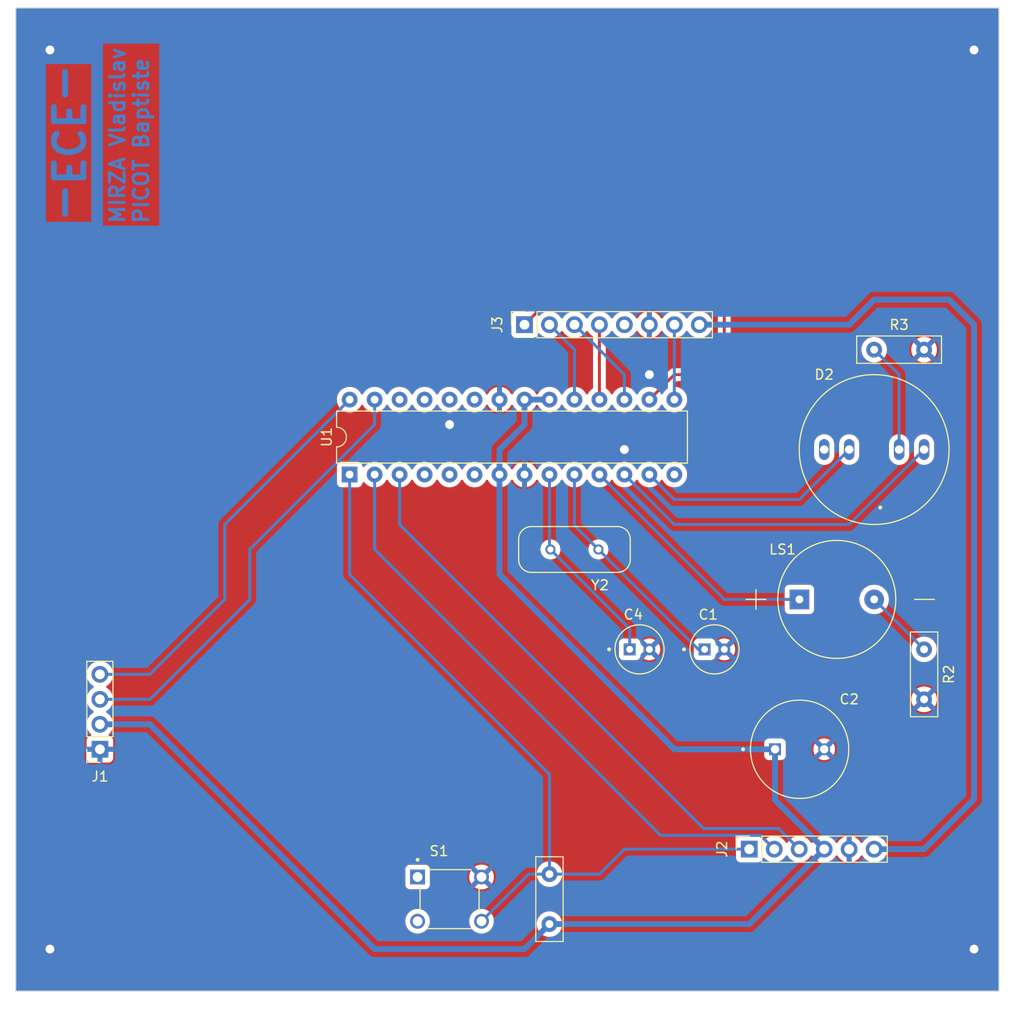
<source format=kicad_pcb>
(kicad_pcb (version 20221018) (generator pcbnew)
  (layers (0 "F.Cu" signal) (31 "B.Cu" signal) (34 "B.Paste" user) (35 "F.Paste" user) (36 "B.SilkS" user "B.Silkscreen") (37 "F.SilkS" user "F.Silkscreen") (38 "B.Mask" user) (39 "F.Mask" user) (44 "Edge.Cuts" user))
  (net 0 "")
  (net 1 "GND")
  (net 2 "VCC")
  (net 3 "A4")
  (net 4 "A5")
  (net 5 "~RST")
  (net 6 "Rx")
  (net 7 "Tx")
  (net 8 "3V3")
  (net 9 "RST")
  (net 10 "MISO")
  (net 11 "MOSI")
  (net 12 "SCK")
  (net 13 "SDA")
  (net 14 "Net-(LS1-PadN)")
  (net 15 "Net-(D2-Pad1)")
  (net 19 "Net-(U1-XTAL1{slash}PB6)")
  (net 20 "Net-(U1-XTAL2{slash}PB7)")
  (net 21 "Buzzer")
  (net 22 "Red")
  (net 23 "Green")
  (footprint "Resistor_THT:R_Box_L8.4mm_W2.5mm_P5.08mm" (layer "F.Cu") (at 154.94 137.16 90)
    (fp_text reference "R1" hide)
    (fp_text value "10k")
    (fp_line (start -1.77 -1.39) (end -1.77 1.39) (stroke (width 0.12)) (layer "F.SilkS"))
    (fp_line (start -1.77 -1.39) (end 6.85 -1.39) (stroke (width 0.12)) (layer "F.SilkS"))
    (fp_line (start -1.77 1.39) (end 6.85 1.39) (stroke (width 0.12)) (layer "F.SilkS"))
    (fp_line (start 6.85 -1.39) (end 6.85 1.39) (stroke (width 0.12)) (layer "F.SilkS"))
    (pad "1" thru_hole circle (at 0 0 90) (size 1.6 1.6) (drill 0.8) (layers "*.Cu" "*.Mask") (net 2 "VCC"))
    (pad "2" thru_hole circle (at 5.08 0 90) (size 1.6 1.6) (drill 0.8) (layers "*.Cu" "*.Mask") (net 5 "~RST"))
  )
  (footprint "Composant_Projet:CAPPRD200W50D550H1250" (layer "F.Cu") (at 171.72 109.22)
    (fp_text reference "C1" (at -0.635 -3.535) (layer "F.SilkS"))
    (fp_text value "UVR1H2R2MDD")
    (fp_circle (center -3.1 0) (end -3 0) (stroke (width 0.2)) (fill none) (layer "F.SilkS"))
    (fp_circle (center 0 0) (end 2.5 0) (stroke (width 0.127)) (fill none) (layer "F.SilkS"))
    (pad "1" thru_hole rect (at -1 0) (size 1.208 1.208) (drill 0.7) (layers "*.Cu" "*.Mask") (net 20 "Net-(U1-XTAL2{slash}PB7)"))
    (pad "2" thru_hole circle (at 1 0) (size 1.208 1.208) (drill 0.7) (layers "*.Cu" "*.Mask") (net 1 "GND"))
  )
  (footprint "Resistor_THT:R_Box_L8.4mm_W2.5mm_P5.08mm" (layer "F.Cu") (at 193.04 109.22 -90)
    (fp_text reference "R2" (at 2.54 -2.52 90) (layer "F.SilkS"))
    (fp_text value "1k")
    (fp_line (start -1.77 -1.39) (end -1.77 1.39) (stroke (width 0.12)) (layer "F.SilkS"))
    (fp_line (start -1.77 -1.39) (end 6.85 -1.39) (stroke (width 0.12)) (layer "F.SilkS"))
    (fp_line (start -1.77 1.39) (end 6.85 1.39) (stroke (width 0.12)) (layer "F.SilkS"))
    (fp_line (start 6.85 -1.39) (end 6.85 1.39) (stroke (width 0.12)) (layer "F.SilkS"))
    (pad "1" thru_hole circle (at 0 0 270) (size 1.6 1.6) (drill 0.8) (layers "*.Cu" "*.Mask") (net 14 "Net-(LS1-PadN)"))
    (pad "2" thru_hole circle (at 5.08 0 270) (size 1.6 1.6) (drill 0.8) (layers "*.Cu" "*.Mask") (net 1 "GND"))
  )
  (footprint "Connector_PinSocket_2.54mm:PinSocket_1x06_P2.54mm_Vertical" (layer "F.Cu") (at 175.26 129.54 90)
    (fp_text reference "J2" (at 0 -2.77 90) (layer "F.SilkS"))
    (fp_text value "Conn_01x06_Socket")
    (fp_line (start -1.33 1.27) (end -1.33 14.03) (stroke (width 0.12)) (layer "F.SilkS"))
    (fp_line (start -1.33 1.27) (end 1.33 1.27) (stroke (width 0.12)) (layer "F.SilkS"))
    (fp_line (start -1.33 14.03) (end 1.33 14.03) (stroke (width 0.12)) (layer "F.SilkS"))
    (fp_line (start 0 -1.33) (end 1.33 -1.33) (stroke (width 0.12)) (layer "F.SilkS"))
    (fp_line (start 1.33 -1.33) (end 1.33 0) (stroke (width 0.12)) (layer "F.SilkS"))
    (fp_line (start 1.33 1.27) (end 1.33 14.03) (stroke (width 0.12)) (layer "F.SilkS"))
    (pad "1" thru_hole rect (at 0 0 90) (size 1.7 1.7) (drill 1) (layers "*.Cu" "*.Mask") (net 5 "~RST"))
    (pad "2" thru_hole oval (at 0 2.54 90) (size 1.7 1.7) (drill 1) (layers "*.Cu" "*.Mask") (net 6 "Rx"))
    (pad "3" thru_hole oval (at 0 5.08 90) (size 1.7 1.7) (drill 1) (layers "*.Cu" "*.Mask") (net 7 "Tx"))
    (pad "4" thru_hole oval (at 0 7.62 90) (size 1.7 1.7) (drill 1) (layers "*.Cu" "*.Mask") (net 2 "VCC"))
    (pad "5" thru_hole oval (at 0 10.16 90) (size 1.7 1.7) (drill 1) (layers "*.Cu" "*.Mask") (net 1 "GND"))
    (pad "6" thru_hole oval (at 0 12.7 90) (size 1.7 1.7) (drill 1) (layers "*.Cu" "*.Mask") (net 8 "3V3"))
  )
  (footprint "Resistor_THT:R_Box_L8.4mm_W2.5mm_P5.08mm" (layer "F.Cu") (at 187.96 78.74)
    (fp_text reference "R3" (at 2.54 -2.52) (layer "F.SilkS"))
    (fp_text value "1k")
    (fp_line (start -1.77 -1.39) (end -1.77 1.39) (stroke (width 0.12)) (layer "F.SilkS"))
    (fp_line (start -1.77 -1.39) (end 6.85 -1.39) (stroke (width 0.12)) (layer "F.SilkS"))
    (fp_line (start -1.77 1.39) (end 6.85 1.39) (stroke (width 0.12)) (layer "F.SilkS"))
    (fp_line (start 6.85 -1.39) (end 6.85 1.39) (stroke (width 0.12)) (layer "F.SilkS"))
    (pad "1" thru_hole circle (at 0 0) (size 1.6 1.6) (drill 0.8) (layers "*.Cu" "*.Mask") (net 15 "Net-(D2-Pad1)"))
    (pad "2" thru_hole circle (at 5.08 0) (size 1.6 1.6) (drill 0.8) (layers "*.Cu" "*.Mask") (net 1 "GND"))
  )
  (footprint "Composant_Projet:LED_NTE30157" (layer "F.Cu") (at 187.96 88.9)
    (fp_text reference "D2" (at -5.08 -7.62) (layer "F.SilkS"))
    (fp_text value "NTE30155")
    (fp_circle (center 0 0) (end 7.62 0) (stroke (width 0.127)) (fill none) (layer "F.SilkS"))
    (fp_circle (center 0.625 5.9) (end 0.725 5.9) (stroke (width 0.2)) (fill none) (layer "F.SilkS"))
    (pad "1" thru_hole oval (at 2.54 0) (size 1.06 2.12) (drill 0.86) (layers "*.Cu" "*.Mask") (net 15 "Net-(D2-Pad1)"))
    (pad "2" thru_hole oval (at 5.08 0) (size 1.06 2.12) (drill 0.86) (layers "*.Cu" "*.Mask") (net 22 "Red"))
    (pad "3" thru_hole oval (at -2.54 0) (size 1.06 2.12) (drill 0.86) (layers "*.Cu" "*.Mask") (net 23 "Green"))
    (pad "4" thru_hole oval (at -5.08 0) (size 1.06 2.12) (drill 0.86) (layers "*.Cu" "*.Mask"))
  )
  (footprint "Composant_Projet:CUI_CMI-1295-0585T" (layer "F.Cu") (at 184.16 104.14)
    (fp_text reference "LS1" (at -5.515 -5.08) (layer "F.SilkS"))
    (fp_text value "CMI-1295-0585T")
    (fp_line (start -9.22 0) (end -7.22 0) (stroke (width 0.127)) (layer "F.SilkS"))
    (fp_line (start -8.22 -1) (end -8.22 1) (stroke (width 0.127)) (layer "F.SilkS"))
    (fp_line (start 7.92 0) (end 9.92 0) (stroke (width 0.127)) (layer "F.SilkS"))
    (fp_circle (center 0 0) (end 6 0) (stroke (width 0.127)) (fill none) (layer "F.SilkS"))
    (pad "N" thru_hole circle (at 3.8 0) (size 2 2) (drill 0.8) (layers "*.Cu" "*.Mask") (net 14 "Net-(LS1-PadN)"))
    (pad "P" thru_hole rect (at -3.8 0) (size 2 2) (drill 0.8) (layers "*.Cu" "*.Mask") (net 21 "Buzzer"))
  )
  (footprint "Composant_Projet:CAPPRD500W60D1000H2000" (layer "F.Cu") (at 180.38 119.38)
    (fp_text reference "C2" (at 5.04 -5.08) (layer "F.SilkS"))
    (fp_text value "EEUEB2V100B")
    (fp_circle (center -5.75 0) (end -5.65 0) (stroke (width 0.2)) (fill none) (layer "F.SilkS"))
    (fp_circle (center 0 0) (end 5 0) (stroke (width 0.127)) (fill none) (layer "F.SilkS"))
    (pad "N" thru_hole circle (at 2.5 0) (size 1.2 1.2) (drill 0.85) (layers "*.Cu" "*.Mask") (net 1 "GND"))
    (pad "P" thru_hole rect (at -2.5 0) (size 1.2 1.2) (drill 0.85) (layers "*.Cu" "*.Mask") (net 2 "VCC"))
  )
  (footprint "Composant_Projet:SW_TS02-66-95-BK-260-LCR-D" (layer "F.Cu") (at 144.78 134.62)
    (fp_text reference "S1" (at -1.079 -4.889) (layer "F.SilkS"))
    (fp_text value "TS02-66-95-BK-260-LCR-D")
    (fp_line (start -3 -1.176) (end -3 1.176) (stroke (width 0.127)) (layer "F.SilkS"))
    (fp_line (start -2.176 -3) (end 2.176 -3) (stroke (width 0.127)) (layer "F.SilkS"))
    (fp_line (start -2.176 3) (end 2.176 3) (stroke (width 0.127)) (layer "F.SilkS"))
    (fp_line (start 3 -1.176) (end 3 1.176) (stroke (width 0.127)) (layer "F.SilkS"))
    (fp_circle (center -3.25 -4.004) (end -3.15 -4.004) (stroke (width 0.2)) (fill none) (layer "F.SilkS"))
    (pad "1" thru_hole rect (at -3.25 -2.25) (size 1.508 1.508) (drill 1) (layers "*.Cu" "*.Mask"))
    (pad "2" thru_hole circle (at 3.25 -2.25) (size 1.508 1.508) (drill 1) (layers "*.Cu" "*.Mask") (net 1 "GND"))
    (pad "3" thru_hole circle (at -3.25 2.25) (size 1.508 1.508) (drill 1) (layers "*.Cu" "*.Mask"))
    (pad "4" thru_hole circle (at 3.25 2.25) (size 1.508 1.508) (drill 1) (layers "*.Cu" "*.Mask") (net 5 "~RST"))
  )
  (footprint "Package_DIP:DIP-28_W7.62mm" (layer "F.Cu") (at 134.62 91.44 90)
    (fp_text reference "U1" (at 3.81 -2.33 90) (layer "F.SilkS"))
    (fp_text value "ATmega328P-P")
    (fp_line (start 1.16 -1.33) (end 1.16 34.35) (stroke (width 0.12)) (layer "F.SilkS"))
    (fp_line (start 1.16 34.35) (end 6.46 34.35) (stroke (width 0.12)) (layer "F.SilkS"))
    (fp_line (start 2.81 -1.33) (end 1.16 -1.33) (stroke (width 0.12)) (layer "F.SilkS"))
    (fp_line (start 6.46 -1.33) (end 4.81 -1.33) (stroke (width 0.12)) (layer "F.SilkS"))
    (fp_line (start 6.46 34.35) (end 6.46 -1.33) (stroke (width 0.12)) (layer "F.SilkS"))
    (fp_arc (start 4.81 -1.33) (mid 3.81 -0.33) (end 2.81 -1.33) (stroke (width 0.12)) (layer "F.SilkS"))
    (pad "1" thru_hole rect (at 0 0 90) (size 1.6 1.6) (drill 0.8) (layers "*.Cu" "*.Mask") (net 5 "~RST"))
    (pad "2" thru_hole oval (at 0 2.54 90) (size 1.6 1.6) (drill 0.8) (layers "*.Cu" "*.Mask") (net 6 "Rx"))
    (pad "3" thru_hole oval (at 0 5.08 90) (size 1.6 1.6) (drill 0.8) (layers "*.Cu" "*.Mask") (net 7 "Tx"))
    (pad "4" thru_hole oval (at 0 7.62 90) (size 1.6 1.6) (drill 0.8) (layers "*.Cu" "*.Mask"))
    (pad "5" thru_hole oval (at 0 10.16 90) (size 1.6 1.6) (drill 0.8) (layers "*.Cu" "*.Mask"))
    (pad "6" thru_hole oval (at 0 12.7 90) (size 1.6 1.6) (drill 0.8) (layers "*.Cu" "*.Mask"))
    (pad "7" thru_hole oval (at 0 15.24 90) (size 1.6 1.6) (drill 0.8) (layers "*.Cu" "*.Mask") (net 2 "VCC"))
    (pad "8" thru_hole oval (at 0 17.78 90) (size 1.6 1.6) (drill 0.8) (layers "*.Cu" "*.Mask") (net 1 "GND"))
    (pad "9" thru_hole oval (at 0 20.32 90) (size 1.6 1.6) (drill 0.8) (layers "*.Cu" "*.Mask") (net 19 "Net-(U1-XTAL1{slash}PB6)"))
    (pad "10" thru_hole oval (at 0 22.86 90) (size 1.6 1.6) (drill 0.8) (layers "*.Cu" "*.Mask") (net 20 "Net-(U1-XTAL2{slash}PB7)"))
    (pad "11" thru_hole oval (at 0 25.4 90) (size 1.6 1.6) (drill 0.8) (layers "*.Cu" "*.Mask") (net 21 "Buzzer"))
    (pad "12" thru_hole oval (at 0 27.94 90) (size 1.6 1.6) (drill 0.8) (layers "*.Cu" "*.Mask") (net 22 "Red"))
    (pad "13" thru_hole oval (at 0 30.48 90) (size 1.6 1.6) (drill 0.8) (layers "*.Cu" "*.Mask") (net 23 "Green"))
    (pad "14" thru_hole oval (at 0 33.02 90) (size 1.6 1.6) (drill 0.8) (layers "*.Cu" "*.Mask"))
    (pad "15" thru_hole oval (at 7.62 33.02 90) (size 1.6 1.6) (drill 0.8) (layers "*.Cu" "*.Mask") (net 9 "RST"))
    (pad "16" thru_hole oval (at 7.62 30.48 90) (size 1.6 1.6) (drill 0.8) (layers "*.Cu" "*.Mask") (net 13 "SDA"))
    (pad "17" thru_hole oval (at 7.62 27.94 90) (size 1.6 1.6) (drill 0.8) (layers "*.Cu" "*.Mask") (net 11 "MOSI"))
    (pad "18" thru_hole oval (at 7.62 25.4 90) (size 1.6 1.6) (drill 0.8) (layers "*.Cu" "*.Mask") (net 10 "MISO"))
    (pad "19" thru_hole oval (at 7.62 22.86 90) (size 1.6 1.6) (drill 0.8) (layers "*.Cu" "*.Mask") (net 12 "SCK"))
    (pad "20" thru_hole oval (at 7.62 20.32 90) (size 1.6 1.6) (drill 0.8) (layers "*.Cu" "*.Mask") (net 2 "VCC"))
    (pad "21" thru_hole oval (at 7.62 17.78 90) (size 1.6 1.6) (drill 0.8) (layers "*.Cu" "*.Mask") (net 2 "VCC"))
    (pad "22" thru_hole oval (at 7.62 15.24 90) (size 1.6 1.6) (drill 0.8) (layers "*.Cu" "*.Mask") (net 1 "GND"))
    (pad "23" thru_hole oval (at 7.62 12.7 90) (size 1.6 1.6) (drill 0.8) (layers "*.Cu" "*.Mask"))
    (pad "24" thru_hole oval (at 7.62 10.16 90) (size 1.6 1.6) (drill 0.8) (layers "*.Cu" "*.Mask"))
    (pad "25" thru_hole oval (at 7.62 7.62 90) (size 1.6 1.6) (drill 0.8) (layers "*.Cu" "*.Mask"))
    (pad "26" thru_hole oval (at 7.62 5.08 90) (size 1.6 1.6) (drill 0.8) (layers "*.Cu" "*.Mask"))
    (pad "27" thru_hole oval (at 7.62 2.54 90) (size 1.6 1.6) (drill 0.8) (layers "*.Cu" "*.Mask") (net 3 "A4"))
    (pad "28" thru_hole oval (at 7.62 0 90) (size 1.6 1.6) (drill 0.8) (layers "*.Cu" "*.Mask") (net 4 "A5"))
  )
  (footprint "Composant_Projet:CAPPRD200W50D550H1250" (layer "F.Cu") (at 164.1 109.22)
    (fp_text reference "C4" (at -0.635 -3.535) (layer "F.SilkS"))
    (fp_text value "UVR1H2R2MDD")
    (fp_circle (center -3.1 0) (end -3 0) (stroke (width 0.2)) (fill none) (layer "F.SilkS"))
    (fp_circle (center 0 0) (end 2.5 0) (stroke (width 0.127)) (fill none) (layer "F.SilkS"))
    (pad "1" thru_hole rect (at -1 0) (size 1.208 1.208) (drill 0.7) (layers "*.Cu" "*.Mask") (net 19 "Net-(U1-XTAL1{slash}PB6)"))
    (pad "2" thru_hole circle (at 1 0) (size 1.208 1.208) (drill 0.7) (layers "*.Cu" "*.Mask") (net 1 "GND"))
  )
  (footprint "Connector_PinSocket_2.54mm:PinSocket_1x04_P2.54mm_Vertical" (layer "F.Cu") (at 109.22 119.38 180)
    (fp_text reference "J1" (at 0 -2.77) (layer "F.SilkS"))
    (fp_text value "Conn_01x04_Socket")
    (fp_line (start -1.33 1.27) (end -1.33 8.95) (stroke (width 0.12)) (layer "F.SilkS"))
    (fp_line (start -1.33 1.27) (end 1.33 1.27) (stroke (width 0.12)) (layer "F.SilkS"))
    (fp_line (start -1.33 8.95) (end 1.33 8.95) (stroke (width 0.12)) (layer "F.SilkS"))
    (fp_line (start 0 -1.33) (end 1.33 -1.33) (stroke (width 0.12)) (layer "F.SilkS"))
    (fp_line (start 1.33 -1.33) (end 1.33 0) (stroke (width 0.12)) (layer "F.SilkS"))
    (fp_line (start 1.33 1.27) (end 1.33 8.95) (stroke (width 0.12)) (layer "F.SilkS"))
    (pad "1" thru_hole rect (at 0 0 180) (size 1.7 1.7) (drill 1) (layers "*.Cu" "*.Mask") (net 1 "GND"))
    (pad "2" thru_hole oval (at 0 2.54 180) (size 1.7 1.7) (drill 1) (layers "*.Cu" "*.Mask") (net 2 "VCC"))
    (pad "3" thru_hole oval (at 0 5.08 180) (size 1.7 1.7) (drill 1) (layers "*.Cu" "*.Mask") (net 3 "A4"))
    (pad "4" thru_hole oval (at 0 7.62 180) (size 1.7 1.7) (drill 1) (layers "*.Cu" "*.Mask") (net 4 "A5"))
  )
  (footprint "Composant_Projet:XTAL_ECS-160-20-4X" (layer "F.Cu") (at 157.48 99.06 180)
    (fp_text reference "Y2" (at -2.597085 -3.637935) (layer "F.SilkS") (effects (font (size 1.000811 1.000811))))
    (fp_text value "ECS-160-S-4")
    (fp_line (start -5.675 1.01) (end -5.675 -1.01) (stroke (width 0.127)) (layer "F.SilkS"))
    (fp_line (start -4.405 -2.33) (end 4.405 -2.33) (stroke (width 0.127)) (layer "F.SilkS"))
    (fp_line (start 4.405 2.33) (end -4.405 2.33) (stroke (width 0.127)) (layer "F.SilkS"))
    (fp_line (start 5.675 -1.01) (end 5.675 1.01) (stroke (width 0.127)) (layer "F.SilkS"))
    (fp_arc (start -5.675 -1.01) (mid -5.313381 -1.933026) (end -4.405 -2.33) (stroke (width 0.127)) (layer "F.SilkS"))
    (fp_arc (start -4.405 2.33) (mid -5.313381 1.933026) (end -5.675 1.01) (stroke (width 0.127)) (layer "F.SilkS"))
    (fp_arc (start 4.405 -2.33) (mid 5.313381 -1.933026) (end 5.675 -1.01) (stroke (width 0.127)) (layer "F.SilkS"))
    (fp_arc (start 5.675 1.01) (mid 5.313381 1.933026) (end 4.405 2.33) (stroke (width 0.127)) (layer "F.SilkS"))
    (pad "1" thru_hole circle (at -2.44 0 180) (size 1.03 1.03) (drill 0.63) (layers "*.Cu" "*.Mask") (net 20 "Net-(U1-XTAL2{slash}PB7)"))
    (pad "2" thru_hole circle (at 2.44 0 180) (size 1.03 1.03) (drill 0.63) (layers "*.Cu" "*.Mask") (net 19 "Net-(U1-XTAL1{slash}PB6)"))
  )
  (footprint "Connector_PinSocket_2.54mm:PinSocket_1x08_P2.54mm_Vertical" (layer "F.Cu") (at 152.4 76.2 90)
    (fp_text reference "J3" (at 0 -2.77 90) (layer "F.SilkS"))
    (fp_text value "Conn_01x08_Socket")
    (fp_line (start -1.33 1.27) (end -1.33 19.11) (stroke (width 0.12)) (layer "F.SilkS"))
    (fp_line (start -1.33 1.27) (end 1.33 1.27) (stroke (width 0.12)) (layer "F.SilkS"))
    (fp_line (start -1.33 19.11) (end 1.33 19.11) (stroke (width 0.12)) (layer "F.SilkS"))
    (fp_line (start 0 -1.33) (end 1.33 -1.33) (stroke (width 0.12)) (layer "F.SilkS"))
    (fp_line (start 1.33 -1.33) (end 1.33 0) (stroke (width 0.12)) (layer "F.SilkS"))
    (fp_line (start 1.33 1.27) (end 1.33 19.11) (stroke (width 0.12)) (layer "F.SilkS"))
    (pad "1" thru_hole rect (at 0 0 90) (size 1.7 1.7) (drill 1) (layers "*.Cu" "*.Mask") (net 13 "SDA"))
    (pad "2" thru_hole oval (at 0 2.54 90) (size 1.7 1.7) (drill 1) (layers "*.Cu" "*.Mask") (net 12 "SCK"))
    (pad "3" thru_hole oval (at 0 5.08 90) (size 1.7 1.7) (drill 1) (layers "*.Cu" "*.Mask") (net 11 "MOSI"))
    (pad "4" thru_hole oval (at 0 7.62 90) (size 1.7 1.7) (drill 1) (layers "*.Cu" "*.Mask") (net 10 "MISO"))
    (pad "5" thru_hole oval (at 0 10.16 90) (size 1.7 1.7) (drill 1) (layers "*.Cu" "*.Mask"))
    (pad "6" thru_hole oval (at 0 12.7 90) (size 1.7 1.7) (drill 1) (layers "*.Cu" "*.Mask") (net 1 "GND"))
    (pad "7" thru_hole oval (at 0 15.24 90) (size 1.7 1.7) (drill 1) (layers "*.Cu" "*.Mask") (net 9 "RST"))
    (pad "8" thru_hole oval (at 0 17.78 90) (size 1.7 1.7) (drill 1) (layers "*.Cu" "*.Mask") (net 8 "3V3"))
  )
  (gr_rect (start 100.66 43.98) (end 200.66 143.98) (stroke (width 0.1)) (fill none) (layer "Edge.Cuts"))
  (gr_text "MIRZA Vladislav\nPICOT Baptiste" (at 114.3 66.04 90) (layer "B.Cu") (effects (font (size 1.5 1.5) (thickness 0.3) bold) (justify left bottom)))
  (gr_text "-ECE-" (at 104.14 66.04 -90) (layer "B.Cu") (effects (font (size 3 3) (thickness 0.6) bold) (justify left bottom mirror)))
  (via (at 198.12 48.26) (size 1.6) (drill 0.9) (layers "F.Cu" "B.Cu") (net 1))
  (via (at 162.56 88.9) (size 1.6) (drill 0.9) (layers "F.Cu" "B.Cu") (net 1))
  (via (at 104.14 139.7) (size 1.6) (drill 0.9) (layers "F.Cu" "B.Cu") (net 1))
  (via (at 198.12 139.7) (size 1.6) (drill 0.9) (layers "F.Cu" "B.Cu") (net 1))
  (via (at 165.1 81.28) (size 1.6) (drill 0.9) (layers "F.Cu" "B.Cu") (net 1))
  (via (at 104.14 48.26) (size 1.6) (drill 0.9) (layers "F.Cu" "B.Cu") (net 1))
  (via (at 144.78 86.36) (size 1.6) (drill 0.9) (layers "F.Cu" "B.Cu") (net 1))
  (segment (start 152.4 86.36) (end 152.4 83.82) (width 0.6) (layer "B.Cu") (net 2))
  (segment (start 152.4 139.7) (end 137.16 139.7) (width 0.6) (layer "B.Cu") (net 2))
  (segment (start 149.86 91.44) (end 149.86 88.9) (width 0.6) (layer "B.Cu") (net 2))
  (segment (start 149.86 91.44) (end 149.86 101.6) (width 0.6) (layer "B.Cu") (net 2))
  (segment (start 177.88 119.38) (end 177.88 124.54) (width 0.6) (layer "B.Cu") (net 2))
  (segment (start 137.16 139.7) (end 114.3 116.84) (width 0.6) (layer "B.Cu") (net 2))
  (segment (start 182.88 129.54) (end 175.26 137.16) (width 0.6) (layer "B.Cu") (net 2))
  (segment (start 177.88 124.54) (end 182.88 129.54) (width 0.6) (layer "B.Cu") (net 2))
  (segment (start 167.64 119.38) (end 177.88 119.38) (width 0.6) (layer "B.Cu") (net 2))
  (segment (start 149.86 101.6) (end 167.64 119.38) (width 0.6) (layer "B.Cu") (net 2))
  (segment (start 154.94 137.16) (end 152.4 139.7) (width 0.6) (layer "B.Cu") (net 2))
  (segment (start 175.26 137.16) (end 154.94 137.16) (width 0.6) (layer "B.Cu") (net 2))
  (segment (start 154.94 83.82) (end 152.4 83.82) (width 0.6) (layer "B.Cu") (net 2))
  (segment (start 114.3 116.84) (end 109.22 116.84) (width 0.6) (layer "B.Cu") (net 2))
  (segment (start 149.86 88.9) (end 152.4 86.36) (width 0.6) (layer "B.Cu") (net 2))
  (segment (start 177.8 119.46) (end 177.88 119.38) (width 0.6) (layer "B.Cu") (net 2))
  (segment (start 124.46 104.14) (end 124.46 99.06) (width 0.3) (layer "B.Cu") (net 3))
  (segment (start 124.46 104.14) (end 114.3 114.3) (width 0.3) (layer "B.Cu") (net 3))
  (segment (start 114.3 114.3) (end 109.22 114.3) (width 0.3) (layer "B.Cu") (net 3))
  (segment (start 124.46 99.06) (end 137.16 86.36) (width 0.3) (layer "B.Cu") (net 3))
  (segment (start 137.16 86.36) (end 137.16 83.82) (width 0.3) (layer "B.Cu") (net 3))
  (segment (start 134.62 83.82) (end 121.92 96.52) (width 0.3) (layer "B.Cu") (net 4))
  (segment (start 121.92 96.52) (end 121.92 104.14) (width 0.3) (layer "B.Cu") (net 4))
  (segment (start 114.3 111.76) (end 109.22 111.76) (width 0.3) (layer "B.Cu") (net 4))
  (segment (start 121.92 104.14) (end 114.3 111.76) (width 0.3) (layer "B.Cu") (net 4))
  (segment (start 134.62 91.44) (end 134.62 101.6) (width 0.3) (layer "B.Cu") (net 5))
  (segment (start 160.02 132.08) (end 154.94 132.08) (width 0.3) (layer "B.Cu") (net 5))
  (segment (start 175.26 129.54) (end 162.56 129.54) (width 0.3) (layer "B.Cu") (net 5))
  (segment (start 154.94 121.92) (end 134.62 101.6) (width 0.3) (layer "B.Cu") (net 5))
  (segment (start 154.94 132.08) (end 152.82 132.08) (width 0.3) (layer "B.Cu") (net 5))
  (segment (start 152.82 132.08) (end 148.03 136.87) (width 0.3) (layer "B.Cu") (net 5))
  (segment (start 154.94 132.08) (end 154.94 121.92) (width 0.3) (layer "B.Cu") (net 5))
  (segment (start 162.56 129.54) (end 160.02 132.08) (width 0.3) (layer "B.Cu") (net 5))
  (segment (start 176.4 128.14) (end 166.24 128.14) (width 0.3) (layer "B.Cu") (net 6))
  (segment (start 177.8 129.54) (end 176.4 128.14) (width 0.3) (layer "B.Cu") (net 6))
  (segment (start 137.16 91.44) (end 137.16 99.06) (width 0.3) (layer "B.Cu") (net 6))
  (segment (start 166.24 128.14) (end 137.16 99.06) (width 0.3) (layer "B.Cu") (net 6))
  (segment (start 180.34 129.54) (end 178.24 127.44) (width 0.3) (layer "B.Cu") (net 7))
  (segment (start 139.7 91.44) (end 139.7 96.52) (width 0.3) (layer "B.Cu") (net 7))
  (segment (start 178.24 127.44) (end 170.62 127.44) (width 0.3) (layer "B.Cu") (net 7))
  (segment (start 170.62 127.44) (end 139.7 96.52) (width 0.3) (layer "B.Cu") (net 7))
  (segment (start 187.96 73.66) (end 195.58 73.66) (width 0.6) (layer "B.Cu") (net 8))
  (segment (start 187.96 129.54) (end 193.04 129.54) (width 0.6) (layer "B.Cu") (net 8))
  (segment (start 193.04 129.54) (end 198.12 124.46) (width 0.6) (layer "B.Cu") (net 8))
  (segment (start 170.18 76.2) (end 185.42 76.2) (width 0.6) (layer "B.Cu") (net 8))
  (segment (start 185.42 76.2) (end 187.96 73.66) (width 0.6) (layer "B.Cu") (net 8))
  (segment (start 198.12 76.2) (end 198.12 124.46) (width 0.6) (layer "B.Cu") (net 8))
  (segment (start 195.58 73.66) (end 198.12 76.2) (width 0.6) (layer "B.Cu") (net 8))
  (segment (start 167.64 83.82) (end 167.64 76.2) (width 0.3) (layer "B.Cu") (net 9))
  (segment (start 160.02 83.82) (end 160.02 76.2) (width 0.3) (layer "F.Cu") (net 10))
  (segment (start 162.56 81.28) (end 157.48 76.2) (width 0.3) (layer "B.Cu") (net 11))
  (segment (start 162.56 83.82) (end 162.56 81.28) (width 0.3) (layer "B.Cu") (net 11))
  (segment (start 157.48 83.82) (end 157.48 78.74) (width 0.3) (layer "B.Cu") (net 12))
  (segment (start 157.48 78.74) (end 154.94 76.2) (width 0.3) (layer "B.Cu") (net 12))
  (segment (start 157.48 71.12) (end 152.4 76.2) (width 0.3) (layer "F.Cu") (net 13))
  (segment (start 167.64 81.28) (end 170.18 81.28) (width 0.3) (layer "F.Cu") (net 13))
  (segment (start 165.1 83.82) (end 167.64 81.28) (width 0.3) (layer "F.Cu") (net 13))
  (segment (start 170.18 71.12) (end 157.48 71.12) (width 0.3) (layer "F.Cu") (net 13))
  (segment (start 170.18 81.28) (end 172.72 78.74) (width 0.3) (layer "F.Cu") (net 13))
  (segment (start 172.72 73.66) (end 170.18 71.12) (width 0.3) (layer "F.Cu") (net 13))
  (segment (start 172.72 78.74) (end 172.72 73.66) (width 0.3) (layer "F.Cu") (net 13))
  (segment (start 187.96 104.14) (end 193.04 109.22) (width 0.3) (layer "B.Cu") (net 14))
  (segment (start 187.96 78.74) (end 190.5 81.28) (width 0.3) (layer "B.Cu") (net 15))
  (segment (start 190.5 81.28) (end 190.5 88.9) (width 0.3) (layer "B.Cu") (net 15))
  (segment (start 155.04 91.54) (end 154.94 91.44) (width 0.25) (layer "B.Cu") (net 19))
  (segment (start 163.1 107.12) (end 163.1 109.22) (width 0.3) (layer "B.Cu") (net 19))
  (segment (start 155.04 99.06) (end 163.1 107.12) (width 0.3) (layer "B.Cu") (net 19))
  (segment (start 154.94 91.44) (end 154.94 98.96) (width 0.3) (layer "B.Cu") (net 19))
  (segment (start 154.94 98.96) (end 155.04 99.06) (width 0.3) (layer "B.Cu") (net 19))
  (segment (start 157.48 96.62) (end 157.48 91.44) (width 0.3) (layer "B.Cu") (net 20))
  (segment (start 159.92 99.06) (end 170.08 109.22) (width 0.3) (layer "B.Cu") (net 20))
  (segment (start 159.92 99.06) (end 157.48 96.62) (width 0.3) (layer "B.Cu") (net 20))
  (segment (start 170.08 109.22) (end 170.72 109.22) (width 0.3) (layer "B.Cu") (net 20))
  (segment (start 172.72 104.14) (end 180.36 104.14) (width 0.3) (layer "B.Cu") (net 21))
  (segment (start 160.02 91.44) (end 172.72 104.14) (width 0.3) (layer "B.Cu") (net 21))
  (segment (start 167.64 96.52) (end 185.42 96.52) (width 0.3) (layer "B.Cu") (net 22))
  (segment (start 162.56 91.44) (end 167.64 96.52) (width 0.3) (layer "B.Cu") (net 22))
  (segment (start 185.42 96.52) (end 193.04 88.9) (width 0.3) (layer "B.Cu") (net 22))
  (segment (start 167.64 93.98) (end 180.34 93.98) (width 0.3) (layer "B.Cu") (net 23))
  (segment (start 165.1 91.44) (end 167.64 93.98) (width 0.3) (layer "B.Cu") (net 23))
  (segment (start 180.34 93.98) (end 185.42 88.9) (width 0.3) (layer "B.Cu") (net 23))
  (zone (net 1) (net_name "GND") (layer "F.Cu") (priority 1) (connect_pads (clearance 0.5)) (min_thickness 0.25) (fill yes (thermal_gap 0.5) (thermal_bridge_width 0.5))
    (polygon (pts (xy 203.2 43.18) (xy 99.06 43.18) (xy 99.06 147.32) (xy 203.2 147.32)))
  )
  (zone (net 1) (net_name "GND") (layer "B.Cu") (connect_pads (clearance 0.5)) (min_thickness 0.25) (fill yes (thermal_gap 0.7) (thermal_bridge_width 0.5))
    (polygon (pts (xy 99.06 43.18) (xy 203.2 43.18) (xy 203.2 147.32) (xy 99.06 147.32)))
  )
)
</source>
